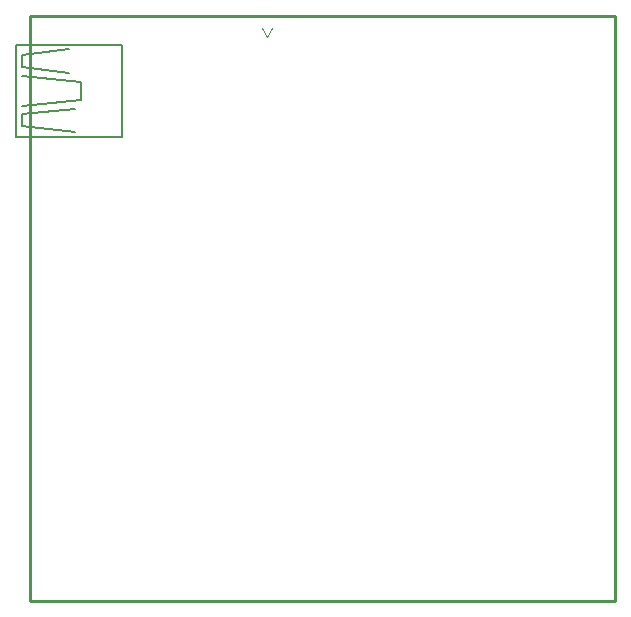
<source format=gbo>
G75*
G70*
%OFA0B0*%
%FSLAX24Y24*%
%IPPOS*%
%LPD*%
%AMOC8*
5,1,8,0,0,1.08239X$1,22.5*
%
%ADD10C,0.0100*%
%ADD11C,0.0040*%
%ADD12C,0.0050*%
D10*
X002681Y002681D02*
X022181Y002681D01*
X022181Y022181D01*
X002681Y022181D01*
X002681Y002681D01*
D11*
X010581Y021465D02*
X010735Y021772D01*
X010428Y021772D02*
X010581Y021465D01*
D12*
X005748Y021216D02*
X005748Y018146D01*
X002205Y018146D01*
X002205Y021216D01*
X005748Y021216D01*
X004370Y019976D02*
X004370Y019386D01*
X002401Y019189D01*
X002401Y018894D02*
X004173Y019090D01*
X004173Y018303D02*
X002401Y018500D01*
X002401Y018894D01*
X002401Y020173D02*
X004370Y019976D01*
X003976Y020271D02*
X002401Y020468D01*
X002401Y020862D01*
X003976Y021059D01*
M02*

</source>
